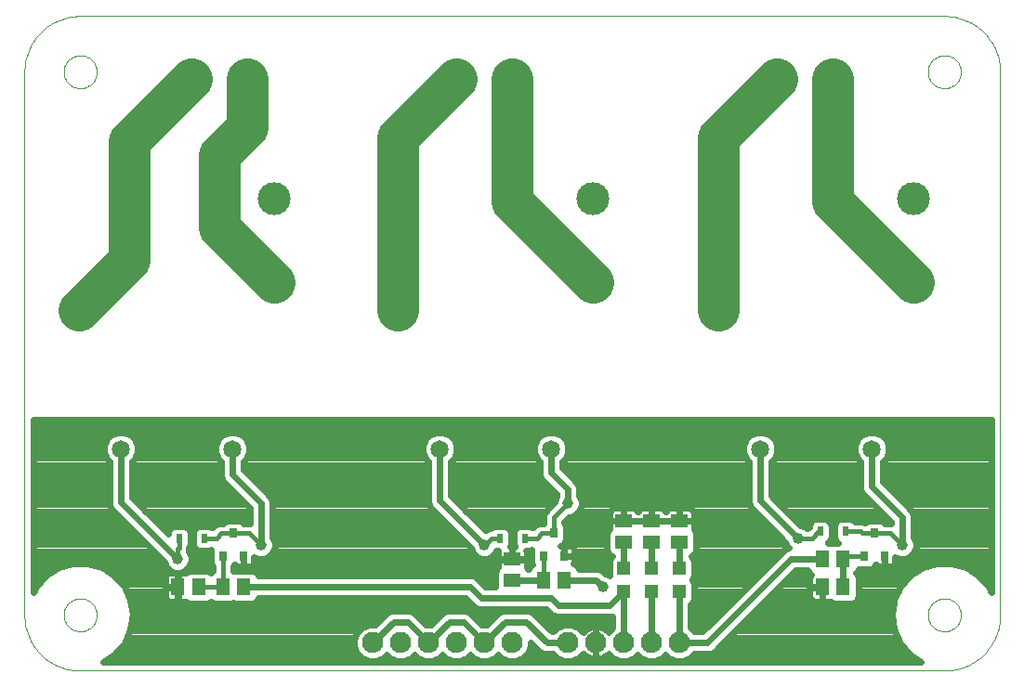
<source format=gtl>
G75*
G70*
%OFA0B0*%
%FSLAX24Y24*%
%IPPOS*%
%LPD*%
%AMOC8*
5,1,8,0,0,1.08239X$1,22.5*
%
%ADD10C,0.0000*%
%ADD11C,0.1181*%
%ADD12C,0.1210*%
%ADD13C,0.0650*%
%ADD14C,0.1300*%
%ADD15C,0.0760*%
%ADD16R,0.0315X0.0354*%
%ADD17R,0.0512X0.0630*%
%ADD18R,0.0630X0.0512*%
%ADD19R,0.0472X0.0472*%
%ADD20R,0.0248X0.0327*%
%ADD21C,0.0160*%
%ADD22C,0.0397*%
%ADD23C,0.0240*%
%ADD24C,0.1500*%
D10*
X002726Y000726D02*
X033726Y000726D01*
X033135Y002726D02*
X033137Y002774D01*
X033143Y002822D01*
X033153Y002869D01*
X033166Y002915D01*
X033184Y002960D01*
X033204Y003004D01*
X033229Y003046D01*
X033257Y003085D01*
X033287Y003122D01*
X033321Y003156D01*
X033358Y003188D01*
X033396Y003217D01*
X033437Y003242D01*
X033480Y003264D01*
X033525Y003282D01*
X033571Y003296D01*
X033618Y003307D01*
X033666Y003314D01*
X033714Y003317D01*
X033762Y003316D01*
X033810Y003311D01*
X033858Y003302D01*
X033904Y003290D01*
X033949Y003273D01*
X033993Y003253D01*
X034035Y003230D01*
X034075Y003203D01*
X034113Y003173D01*
X034148Y003140D01*
X034180Y003104D01*
X034210Y003066D01*
X034236Y003025D01*
X034258Y002982D01*
X034278Y002938D01*
X034293Y002893D01*
X034305Y002846D01*
X034313Y002798D01*
X034317Y002750D01*
X034317Y002702D01*
X034313Y002654D01*
X034305Y002606D01*
X034293Y002559D01*
X034278Y002514D01*
X034258Y002470D01*
X034236Y002427D01*
X034210Y002386D01*
X034180Y002348D01*
X034148Y002312D01*
X034113Y002279D01*
X034075Y002249D01*
X034035Y002222D01*
X033993Y002199D01*
X033949Y002179D01*
X033904Y002162D01*
X033858Y002150D01*
X033810Y002141D01*
X033762Y002136D01*
X033714Y002135D01*
X033666Y002138D01*
X033618Y002145D01*
X033571Y002156D01*
X033525Y002170D01*
X033480Y002188D01*
X033437Y002210D01*
X033396Y002235D01*
X033358Y002264D01*
X033321Y002296D01*
X033287Y002330D01*
X033257Y002367D01*
X033229Y002406D01*
X033204Y002448D01*
X033184Y002492D01*
X033166Y002537D01*
X033153Y002583D01*
X033143Y002630D01*
X033137Y002678D01*
X033135Y002726D01*
X033726Y000726D02*
X033821Y000728D01*
X033916Y000735D01*
X034011Y000746D01*
X034105Y000762D01*
X034198Y000782D01*
X034289Y000807D01*
X034380Y000836D01*
X034469Y000869D01*
X034557Y000907D01*
X034642Y000948D01*
X034726Y000994D01*
X034807Y001043D01*
X034886Y001097D01*
X034962Y001154D01*
X035036Y001215D01*
X035106Y001279D01*
X035173Y001346D01*
X035237Y001416D01*
X035298Y001490D01*
X035355Y001566D01*
X035409Y001645D01*
X035458Y001726D01*
X035504Y001810D01*
X035545Y001895D01*
X035583Y001983D01*
X035616Y002072D01*
X035645Y002163D01*
X035670Y002254D01*
X035690Y002347D01*
X035706Y002441D01*
X035717Y002536D01*
X035724Y002631D01*
X035726Y002726D01*
X035726Y022226D01*
X033135Y022226D02*
X033137Y022274D01*
X033143Y022322D01*
X033153Y022369D01*
X033166Y022415D01*
X033184Y022460D01*
X033204Y022504D01*
X033229Y022546D01*
X033257Y022585D01*
X033287Y022622D01*
X033321Y022656D01*
X033358Y022688D01*
X033396Y022717D01*
X033437Y022742D01*
X033480Y022764D01*
X033525Y022782D01*
X033571Y022796D01*
X033618Y022807D01*
X033666Y022814D01*
X033714Y022817D01*
X033762Y022816D01*
X033810Y022811D01*
X033858Y022802D01*
X033904Y022790D01*
X033949Y022773D01*
X033993Y022753D01*
X034035Y022730D01*
X034075Y022703D01*
X034113Y022673D01*
X034148Y022640D01*
X034180Y022604D01*
X034210Y022566D01*
X034236Y022525D01*
X034258Y022482D01*
X034278Y022438D01*
X034293Y022393D01*
X034305Y022346D01*
X034313Y022298D01*
X034317Y022250D01*
X034317Y022202D01*
X034313Y022154D01*
X034305Y022106D01*
X034293Y022059D01*
X034278Y022014D01*
X034258Y021970D01*
X034236Y021927D01*
X034210Y021886D01*
X034180Y021848D01*
X034148Y021812D01*
X034113Y021779D01*
X034075Y021749D01*
X034035Y021722D01*
X033993Y021699D01*
X033949Y021679D01*
X033904Y021662D01*
X033858Y021650D01*
X033810Y021641D01*
X033762Y021636D01*
X033714Y021635D01*
X033666Y021638D01*
X033618Y021645D01*
X033571Y021656D01*
X033525Y021670D01*
X033480Y021688D01*
X033437Y021710D01*
X033396Y021735D01*
X033358Y021764D01*
X033321Y021796D01*
X033287Y021830D01*
X033257Y021867D01*
X033229Y021906D01*
X033204Y021948D01*
X033184Y021992D01*
X033166Y022037D01*
X033153Y022083D01*
X033143Y022130D01*
X033137Y022178D01*
X033135Y022226D01*
X033726Y024226D02*
X033821Y024224D01*
X033916Y024217D01*
X034011Y024206D01*
X034105Y024190D01*
X034198Y024170D01*
X034289Y024145D01*
X034380Y024116D01*
X034469Y024083D01*
X034557Y024045D01*
X034642Y024004D01*
X034726Y023958D01*
X034807Y023909D01*
X034886Y023855D01*
X034962Y023798D01*
X035036Y023737D01*
X035106Y023673D01*
X035173Y023606D01*
X035237Y023536D01*
X035298Y023462D01*
X035355Y023386D01*
X035409Y023307D01*
X035458Y023226D01*
X035504Y023142D01*
X035545Y023057D01*
X035583Y022969D01*
X035616Y022880D01*
X035645Y022789D01*
X035670Y022698D01*
X035690Y022605D01*
X035706Y022511D01*
X035717Y022416D01*
X035724Y022321D01*
X035726Y022226D01*
X033726Y024226D02*
X002726Y024226D01*
X002135Y022226D02*
X002137Y022274D01*
X002143Y022322D01*
X002153Y022369D01*
X002166Y022415D01*
X002184Y022460D01*
X002204Y022504D01*
X002229Y022546D01*
X002257Y022585D01*
X002287Y022622D01*
X002321Y022656D01*
X002358Y022688D01*
X002396Y022717D01*
X002437Y022742D01*
X002480Y022764D01*
X002525Y022782D01*
X002571Y022796D01*
X002618Y022807D01*
X002666Y022814D01*
X002714Y022817D01*
X002762Y022816D01*
X002810Y022811D01*
X002858Y022802D01*
X002904Y022790D01*
X002949Y022773D01*
X002993Y022753D01*
X003035Y022730D01*
X003075Y022703D01*
X003113Y022673D01*
X003148Y022640D01*
X003180Y022604D01*
X003210Y022566D01*
X003236Y022525D01*
X003258Y022482D01*
X003278Y022438D01*
X003293Y022393D01*
X003305Y022346D01*
X003313Y022298D01*
X003317Y022250D01*
X003317Y022202D01*
X003313Y022154D01*
X003305Y022106D01*
X003293Y022059D01*
X003278Y022014D01*
X003258Y021970D01*
X003236Y021927D01*
X003210Y021886D01*
X003180Y021848D01*
X003148Y021812D01*
X003113Y021779D01*
X003075Y021749D01*
X003035Y021722D01*
X002993Y021699D01*
X002949Y021679D01*
X002904Y021662D01*
X002858Y021650D01*
X002810Y021641D01*
X002762Y021636D01*
X002714Y021635D01*
X002666Y021638D01*
X002618Y021645D01*
X002571Y021656D01*
X002525Y021670D01*
X002480Y021688D01*
X002437Y021710D01*
X002396Y021735D01*
X002358Y021764D01*
X002321Y021796D01*
X002287Y021830D01*
X002257Y021867D01*
X002229Y021906D01*
X002204Y021948D01*
X002184Y021992D01*
X002166Y022037D01*
X002153Y022083D01*
X002143Y022130D01*
X002137Y022178D01*
X002135Y022226D01*
X000726Y022226D02*
X000728Y022321D01*
X000735Y022416D01*
X000746Y022511D01*
X000762Y022605D01*
X000782Y022698D01*
X000807Y022789D01*
X000836Y022880D01*
X000869Y022969D01*
X000907Y023057D01*
X000948Y023142D01*
X000994Y023226D01*
X001043Y023307D01*
X001097Y023386D01*
X001154Y023462D01*
X001215Y023536D01*
X001279Y023606D01*
X001346Y023673D01*
X001416Y023737D01*
X001490Y023798D01*
X001566Y023855D01*
X001645Y023909D01*
X001726Y023958D01*
X001810Y024004D01*
X001895Y024045D01*
X001983Y024083D01*
X002072Y024116D01*
X002163Y024145D01*
X002254Y024170D01*
X002347Y024190D01*
X002441Y024206D01*
X002536Y024217D01*
X002631Y024224D01*
X002726Y024226D01*
X000726Y022226D02*
X000726Y002726D01*
X002135Y002726D02*
X002137Y002774D01*
X002143Y002822D01*
X002153Y002869D01*
X002166Y002915D01*
X002184Y002960D01*
X002204Y003004D01*
X002229Y003046D01*
X002257Y003085D01*
X002287Y003122D01*
X002321Y003156D01*
X002358Y003188D01*
X002396Y003217D01*
X002437Y003242D01*
X002480Y003264D01*
X002525Y003282D01*
X002571Y003296D01*
X002618Y003307D01*
X002666Y003314D01*
X002714Y003317D01*
X002762Y003316D01*
X002810Y003311D01*
X002858Y003302D01*
X002904Y003290D01*
X002949Y003273D01*
X002993Y003253D01*
X003035Y003230D01*
X003075Y003203D01*
X003113Y003173D01*
X003148Y003140D01*
X003180Y003104D01*
X003210Y003066D01*
X003236Y003025D01*
X003258Y002982D01*
X003278Y002938D01*
X003293Y002893D01*
X003305Y002846D01*
X003313Y002798D01*
X003317Y002750D01*
X003317Y002702D01*
X003313Y002654D01*
X003305Y002606D01*
X003293Y002559D01*
X003278Y002514D01*
X003258Y002470D01*
X003236Y002427D01*
X003210Y002386D01*
X003180Y002348D01*
X003148Y002312D01*
X003113Y002279D01*
X003075Y002249D01*
X003035Y002222D01*
X002993Y002199D01*
X002949Y002179D01*
X002904Y002162D01*
X002858Y002150D01*
X002810Y002141D01*
X002762Y002136D01*
X002714Y002135D01*
X002666Y002138D01*
X002618Y002145D01*
X002571Y002156D01*
X002525Y002170D01*
X002480Y002188D01*
X002437Y002210D01*
X002396Y002235D01*
X002358Y002264D01*
X002321Y002296D01*
X002287Y002330D01*
X002257Y002367D01*
X002229Y002406D01*
X002204Y002448D01*
X002184Y002492D01*
X002166Y002537D01*
X002153Y002583D01*
X002143Y002630D01*
X002137Y002678D01*
X002135Y002726D01*
X000726Y002726D02*
X000728Y002631D01*
X000735Y002536D01*
X000746Y002441D01*
X000762Y002347D01*
X000782Y002254D01*
X000807Y002163D01*
X000836Y002072D01*
X000869Y001983D01*
X000907Y001895D01*
X000948Y001810D01*
X000994Y001726D01*
X001043Y001645D01*
X001097Y001566D01*
X001154Y001490D01*
X001215Y001416D01*
X001279Y001346D01*
X001346Y001279D01*
X001416Y001215D01*
X001490Y001154D01*
X001566Y001097D01*
X001645Y001043D01*
X001726Y000994D01*
X001810Y000948D01*
X001895Y000907D01*
X001983Y000869D01*
X002072Y000836D01*
X002163Y000807D01*
X002254Y000782D01*
X002347Y000762D01*
X002441Y000746D01*
X002536Y000735D01*
X002631Y000728D01*
X002726Y000726D01*
D11*
X009682Y014682D03*
X009682Y017686D03*
X021119Y017686D03*
X021119Y014682D03*
X032619Y014682D03*
X032619Y017686D03*
D12*
X025627Y013682D03*
X014127Y013682D03*
X002690Y013682D03*
D13*
X004186Y008682D03*
X008186Y008682D03*
X015623Y008682D03*
X019623Y008682D03*
X027123Y008682D03*
X031123Y008682D03*
D14*
X029726Y021976D03*
X027726Y021976D03*
X018226Y021976D03*
X016226Y021976D03*
X008726Y021976D03*
X006726Y021976D03*
D15*
X013226Y001726D03*
X014226Y001726D03*
X015226Y001726D03*
X016226Y001726D03*
X017226Y001726D03*
X018226Y001726D03*
X020226Y001726D03*
X021226Y001726D03*
X022226Y001726D03*
X023226Y001726D03*
X024226Y001726D03*
D16*
X020100Y004832D03*
X019352Y004832D03*
X019726Y005659D03*
X030852Y004832D03*
X031600Y004832D03*
X031226Y005659D03*
X008600Y004832D03*
X007852Y004832D03*
X008226Y005659D03*
D17*
X008600Y003726D03*
X007852Y003726D03*
X006975Y003726D03*
X006227Y003726D03*
X019352Y003976D03*
X020100Y003976D03*
X029352Y003726D03*
X030100Y003726D03*
X030100Y004726D03*
X029352Y004726D03*
D18*
X024226Y005352D03*
X024226Y006100D03*
X023226Y006100D03*
X022226Y006100D03*
X022226Y005352D03*
X023226Y005352D03*
X018226Y004725D03*
X018226Y003977D03*
D19*
X022226Y004389D03*
X023226Y004389D03*
X024226Y004389D03*
X024226Y003562D03*
X023226Y003562D03*
X022226Y003562D03*
D20*
X018678Y005476D03*
X017773Y005476D03*
X007178Y005476D03*
X006273Y005476D03*
X029273Y005726D03*
X030178Y005726D03*
D21*
X030726Y005726D01*
X030793Y005659D01*
X031226Y005659D01*
X031793Y005659D01*
X032226Y005226D01*
X030852Y004832D02*
X030206Y004832D01*
X029226Y005726D02*
X028976Y005476D01*
X028476Y005476D01*
X029226Y005726D02*
X029273Y005726D01*
X020226Y006726D02*
X019726Y006226D01*
X019726Y005659D01*
X019284Y005659D01*
X019101Y005476D01*
X018678Y005476D01*
X017773Y005476D02*
X017476Y005476D01*
X017226Y005226D01*
X019352Y004832D02*
X019352Y003976D01*
X009226Y005226D02*
X008793Y005659D01*
X008226Y005659D01*
X007784Y005659D01*
X007601Y005476D01*
X007178Y005476D01*
X006273Y005476D02*
X006273Y005148D01*
X006226Y005101D01*
X006226Y004726D01*
X006975Y003726D02*
X007852Y003726D01*
X007852Y004832D01*
D22*
X009226Y005226D03*
X006226Y004726D03*
X017226Y005226D03*
X020226Y006726D03*
X021476Y003726D03*
X028476Y005476D03*
X032226Y005226D03*
D23*
X032226Y006226D01*
X031123Y007328D01*
X031123Y008682D01*
X031523Y008227D02*
X031636Y008340D01*
X031728Y008562D01*
X031728Y008803D01*
X031636Y009025D01*
X031466Y009195D01*
X031244Y009287D01*
X031003Y009287D01*
X030781Y009195D01*
X030611Y009025D01*
X030519Y008803D01*
X030519Y008562D01*
X030611Y008340D01*
X030723Y008227D01*
X030723Y007408D01*
X030723Y007248D01*
X030784Y007101D01*
X031826Y006060D01*
X031826Y006019D01*
X031721Y006019D01*
X031596Y006019D01*
X031542Y006073D01*
X031439Y006116D01*
X031012Y006116D01*
X030910Y006073D01*
X030885Y006049D01*
X030797Y006086D01*
X030654Y006086D01*
X030502Y006086D01*
X030461Y006126D01*
X030358Y006169D01*
X029999Y006169D01*
X029896Y006126D01*
X029817Y006048D01*
X029774Y005945D01*
X029774Y005507D01*
X029817Y005404D01*
X029896Y005325D01*
X029906Y005321D01*
X029788Y005321D01*
X029726Y005295D01*
X029663Y005321D01*
X029545Y005321D01*
X029556Y005325D01*
X029634Y005404D01*
X029677Y005507D01*
X029677Y005945D01*
X029634Y006048D01*
X029556Y006126D01*
X029453Y006169D01*
X029093Y006169D01*
X028990Y006126D01*
X028912Y006048D01*
X028869Y005945D01*
X028869Y005878D01*
X028827Y005836D01*
X028792Y005836D01*
X028747Y005881D01*
X028571Y005954D01*
X028563Y005954D01*
X027523Y006994D01*
X027523Y008227D01*
X027636Y008340D01*
X027728Y008562D01*
X027728Y008803D01*
X027636Y009025D01*
X027466Y009195D01*
X027244Y009287D01*
X027003Y009287D01*
X026781Y009195D01*
X026611Y009025D01*
X026519Y008803D01*
X026519Y008562D01*
X026611Y008340D01*
X026723Y008227D01*
X026723Y006908D01*
X026723Y006748D01*
X026784Y006601D01*
X027997Y005388D01*
X027997Y005380D01*
X028070Y005205D01*
X028149Y005126D01*
X028146Y005126D01*
X027999Y005065D01*
X027887Y004952D01*
X025060Y002126D01*
X024759Y002126D01*
X024626Y002259D01*
X024626Y003094D01*
X024699Y003167D01*
X024742Y003270D01*
X024742Y003854D01*
X024699Y003957D01*
X024681Y003976D01*
X024699Y003994D01*
X024742Y004097D01*
X024742Y004681D01*
X024699Y004784D01*
X024646Y004837D01*
X024699Y004858D01*
X024778Y004937D01*
X024821Y005040D01*
X024821Y005663D01*
X024778Y005766D01*
X024738Y005806D01*
X024741Y005817D01*
X024741Y006092D01*
X024234Y006092D01*
X024234Y006108D01*
X024741Y006108D01*
X024741Y006382D01*
X024727Y006433D01*
X024701Y006478D01*
X024663Y006516D01*
X024618Y006542D01*
X024567Y006556D01*
X024234Y006556D01*
X024234Y006108D01*
X024218Y006108D01*
X024218Y006556D01*
X023884Y006556D01*
X023834Y006542D01*
X023788Y006516D01*
X023751Y006478D01*
X023726Y006435D01*
X023701Y006478D01*
X023663Y006516D01*
X023618Y006542D01*
X023567Y006556D01*
X023234Y006556D01*
X023234Y006108D01*
X023711Y006108D01*
X024217Y006108D01*
X024217Y006092D01*
X023711Y006092D01*
X023234Y006092D01*
X023234Y006108D01*
X023218Y006108D01*
X023218Y006556D01*
X022884Y006556D01*
X022834Y006542D01*
X022788Y006516D01*
X022751Y006478D01*
X022726Y006435D01*
X022701Y006478D01*
X022663Y006516D01*
X022618Y006542D01*
X022567Y006556D01*
X022234Y006556D01*
X022234Y006108D01*
X022741Y006108D01*
X023217Y006108D01*
X023217Y006092D01*
X022711Y006092D01*
X022234Y006092D01*
X022234Y006108D01*
X022218Y006108D01*
X022218Y006556D01*
X021884Y006556D01*
X021834Y006542D01*
X021788Y006516D01*
X021751Y006478D01*
X021724Y006433D01*
X021711Y006382D01*
X021711Y006108D01*
X022217Y006108D01*
X022217Y006092D01*
X021711Y006092D01*
X021711Y005817D01*
X021714Y005806D01*
X021673Y005766D01*
X021631Y005663D01*
X021631Y005040D01*
X021673Y004937D01*
X021752Y004858D01*
X021805Y004837D01*
X021752Y004784D01*
X021709Y004681D01*
X021709Y004147D01*
X021571Y004204D01*
X021563Y004204D01*
X021452Y004315D01*
X021305Y004376D01*
X021146Y004376D01*
X020623Y004376D01*
X020593Y004449D01*
X020514Y004528D01*
X020434Y004561D01*
X020444Y004578D01*
X020457Y004628D01*
X020457Y004832D01*
X020457Y005035D01*
X020444Y005086D01*
X020417Y005132D01*
X020380Y005169D01*
X020334Y005195D01*
X020284Y005209D01*
X020100Y005209D01*
X020100Y004832D01*
X020457Y004832D01*
X020100Y004832D01*
X020100Y004832D01*
X020099Y004832D01*
X020099Y005209D01*
X019957Y005209D01*
X020042Y005244D01*
X020120Y005323D01*
X020163Y005426D01*
X020163Y005892D01*
X020120Y005994D01*
X020086Y006029D01*
X020086Y006077D01*
X020256Y006247D01*
X020321Y006247D01*
X020497Y006320D01*
X020631Y006455D01*
X020704Y006630D01*
X020704Y006821D01*
X020631Y006997D01*
X020626Y007002D01*
X020626Y007305D01*
X020565Y007452D01*
X020452Y007565D01*
X020023Y007994D01*
X020023Y008227D01*
X020136Y008340D01*
X020228Y008562D01*
X020228Y008803D01*
X020136Y009025D01*
X019966Y009195D01*
X019744Y009287D01*
X019503Y009287D01*
X019281Y009195D01*
X019111Y009025D01*
X019019Y008803D01*
X019019Y008562D01*
X019111Y008340D01*
X019223Y008227D01*
X019223Y007908D01*
X019223Y007748D01*
X019284Y007601D01*
X019826Y007060D01*
X019826Y007002D01*
X019820Y006997D01*
X019747Y006821D01*
X019747Y006756D01*
X019420Y006430D01*
X019366Y006297D01*
X019366Y006154D01*
X019366Y006029D01*
X019355Y006019D01*
X019212Y006019D01*
X019080Y005964D01*
X018977Y005861D01*
X018961Y005876D01*
X018858Y005919D01*
X018499Y005919D01*
X018396Y005876D01*
X018317Y005798D01*
X018274Y005695D01*
X018274Y005257D01*
X018306Y005181D01*
X018234Y005181D01*
X018234Y004733D01*
X018741Y004733D01*
X018741Y005007D01*
X018734Y005032D01*
X018858Y005032D01*
X018914Y005056D01*
X018914Y004599D01*
X018943Y004530D01*
X018937Y004528D01*
X018858Y004449D01*
X018828Y004377D01*
X018784Y004377D01*
X018778Y004391D01*
X018738Y004431D01*
X018741Y004442D01*
X018741Y004717D01*
X018234Y004717D01*
X018234Y004733D01*
X018218Y004733D01*
X018218Y005181D01*
X018145Y005181D01*
X018177Y005257D01*
X018177Y005695D01*
X018134Y005798D01*
X018056Y005876D01*
X017953Y005919D01*
X017593Y005919D01*
X017490Y005876D01*
X017450Y005836D01*
X017404Y005836D01*
X017272Y005781D01*
X017254Y005763D01*
X016023Y006994D01*
X016023Y008227D01*
X016136Y008340D01*
X016228Y008562D01*
X016228Y008803D01*
X016136Y009025D01*
X015966Y009195D01*
X015744Y009287D01*
X015503Y009287D01*
X015281Y009195D01*
X015111Y009025D01*
X015019Y008803D01*
X015019Y008562D01*
X015111Y008340D01*
X015223Y008227D01*
X015223Y006908D01*
X015223Y006748D01*
X015284Y006601D01*
X016747Y005138D01*
X016747Y005130D01*
X016820Y004955D01*
X016955Y004820D01*
X017130Y004747D01*
X017321Y004747D01*
X017497Y004820D01*
X017631Y004955D01*
X017663Y005032D01*
X017718Y005032D01*
X017711Y005007D01*
X017711Y004733D01*
X018217Y004733D01*
X018217Y004717D01*
X017711Y004717D01*
X017711Y004442D01*
X017714Y004431D01*
X017673Y004391D01*
X017631Y004288D01*
X017631Y003751D01*
X017266Y003751D01*
X016952Y004065D01*
X016805Y004126D01*
X016646Y004126D01*
X009123Y004126D01*
X009093Y004199D01*
X009014Y004278D01*
X008911Y004321D01*
X008288Y004321D01*
X008226Y004295D01*
X008212Y004301D01*
X008212Y004461D01*
X008246Y004496D01*
X008270Y004553D01*
X008282Y004532D01*
X008319Y004495D01*
X008365Y004468D01*
X008416Y004455D01*
X008599Y004455D01*
X008599Y004832D01*
X008600Y004832D01*
X008600Y004455D01*
X008784Y004455D01*
X008834Y004468D01*
X008880Y004495D01*
X008917Y004532D01*
X008944Y004578D01*
X008957Y004628D01*
X008957Y004819D01*
X009130Y004747D01*
X009321Y004747D01*
X009497Y004820D01*
X009631Y004955D01*
X009704Y005130D01*
X009704Y005321D01*
X009631Y005497D01*
X009626Y005502D01*
X009626Y006805D01*
X009565Y006952D01*
X009452Y007065D01*
X008586Y007931D01*
X008586Y008227D01*
X008699Y008340D01*
X008791Y008562D01*
X008791Y008803D01*
X008699Y009025D01*
X008528Y009195D01*
X008306Y009287D01*
X008066Y009287D01*
X007843Y009195D01*
X007673Y009025D01*
X007581Y008803D01*
X007581Y008562D01*
X007673Y008340D01*
X007786Y008227D01*
X007786Y007845D01*
X007786Y007686D01*
X007847Y007539D01*
X008826Y006560D01*
X008826Y006019D01*
X008721Y006019D01*
X008596Y006019D01*
X008542Y006073D01*
X008439Y006116D01*
X008012Y006116D01*
X007910Y006073D01*
X007855Y006019D01*
X007712Y006019D01*
X007580Y005964D01*
X007477Y005861D01*
X007461Y005876D01*
X007358Y005919D01*
X006999Y005919D01*
X006896Y005876D01*
X006817Y005798D01*
X006774Y005695D01*
X006774Y005257D01*
X006817Y005154D01*
X006896Y005075D01*
X006999Y005032D01*
X007358Y005032D01*
X007414Y005056D01*
X007414Y004599D01*
X007457Y004496D01*
X007492Y004461D01*
X007492Y004301D01*
X007437Y004278D01*
X007413Y004254D01*
X007389Y004278D01*
X007286Y004321D01*
X006663Y004321D01*
X006560Y004278D01*
X006520Y004238D01*
X006509Y004241D01*
X006235Y004241D01*
X006235Y003734D01*
X006219Y003734D01*
X006219Y004241D01*
X005944Y004241D01*
X005894Y004227D01*
X005848Y004201D01*
X005811Y004163D01*
X005784Y004118D01*
X005771Y004067D01*
X005771Y003734D01*
X006218Y003734D01*
X006218Y003718D01*
X005771Y003718D01*
X005771Y003384D01*
X005784Y003334D01*
X005811Y003288D01*
X005848Y003251D01*
X005894Y003224D01*
X005944Y003211D01*
X006219Y003211D01*
X006219Y003717D01*
X006235Y003717D01*
X006235Y003211D01*
X006509Y003211D01*
X006520Y003214D01*
X006560Y003173D01*
X006663Y003131D01*
X007286Y003131D01*
X007389Y003173D01*
X007413Y003197D01*
X007437Y003173D01*
X007540Y003131D01*
X008163Y003131D01*
X008226Y003157D01*
X008288Y003131D01*
X008911Y003131D01*
X009014Y003173D01*
X009093Y003252D01*
X009123Y003326D01*
X016560Y003326D01*
X016762Y003124D01*
X016874Y003012D01*
X017021Y002951D01*
X019435Y002951D01*
X019550Y002836D01*
X019550Y002836D01*
X019662Y002723D01*
X019809Y002662D01*
X021646Y002662D01*
X021805Y002662D01*
X021826Y002671D01*
X021826Y002259D01*
X021669Y002102D01*
X021668Y002104D01*
X021604Y002168D01*
X021530Y002222D01*
X021448Y002263D01*
X021361Y002291D01*
X021271Y002306D01*
X021226Y002306D01*
X021226Y001726D01*
X021225Y001726D01*
X021225Y002306D01*
X021180Y002306D01*
X021090Y002291D01*
X021003Y002263D01*
X020922Y002222D01*
X020848Y002168D01*
X020783Y002104D01*
X020782Y002102D01*
X020599Y002285D01*
X020357Y002386D01*
X020094Y002386D01*
X019852Y002285D01*
X019692Y002126D01*
X019641Y002126D01*
X019065Y002702D01*
X018952Y002815D01*
X018805Y002876D01*
X018055Y002876D01*
X017896Y002876D01*
X017749Y002815D01*
X017320Y002386D01*
X017131Y002386D01*
X016702Y002815D01*
X016555Y002876D01*
X016396Y002876D01*
X015896Y002876D01*
X015749Y002815D01*
X015637Y002702D01*
X015320Y002386D01*
X015131Y002386D01*
X014702Y002815D01*
X014555Y002876D01*
X014396Y002876D01*
X013896Y002876D01*
X013749Y002815D01*
X013637Y002702D01*
X013320Y002386D01*
X013094Y002386D01*
X012852Y002285D01*
X012666Y002099D01*
X012566Y001857D01*
X012566Y001594D01*
X012666Y001352D01*
X012852Y001166D01*
X013094Y001066D01*
X013357Y001066D01*
X013599Y001166D01*
X013726Y001292D01*
X013852Y001166D01*
X014094Y001066D01*
X014357Y001066D01*
X014599Y001166D01*
X014726Y001292D01*
X014852Y001166D01*
X015094Y001066D01*
X015357Y001066D01*
X015599Y001166D01*
X015726Y001292D01*
X015852Y001166D01*
X016094Y001066D01*
X016357Y001066D01*
X016599Y001166D01*
X016726Y001292D01*
X016852Y001166D01*
X017094Y001066D01*
X017357Y001066D01*
X017599Y001166D01*
X017726Y001292D01*
X017852Y001166D01*
X018094Y001066D01*
X018357Y001066D01*
X018599Y001166D01*
X018785Y001352D01*
X018886Y001594D01*
X018886Y001750D01*
X019249Y001387D01*
X019396Y001326D01*
X019555Y001326D01*
X019692Y001326D01*
X019852Y001166D01*
X020094Y001066D01*
X020357Y001066D01*
X020599Y001166D01*
X020782Y001349D01*
X020783Y001348D01*
X020848Y001283D01*
X020922Y001230D01*
X021003Y001188D01*
X021090Y001160D01*
X021180Y001146D01*
X021225Y001146D01*
X021225Y001725D01*
X021226Y001725D01*
X021226Y001146D01*
X021271Y001146D01*
X021361Y001160D01*
X021448Y001188D01*
X021530Y001230D01*
X021604Y001283D01*
X021668Y001348D01*
X021669Y001349D01*
X021852Y001166D01*
X022094Y001066D01*
X022357Y001066D01*
X022599Y001166D01*
X022726Y001292D01*
X022852Y001166D01*
X023094Y001066D01*
X023357Y001066D01*
X023599Y001166D01*
X023726Y001292D01*
X023852Y001166D01*
X024094Y001066D01*
X024357Y001066D01*
X024599Y001166D01*
X024759Y001326D01*
X025146Y001326D01*
X025305Y001326D01*
X025452Y001387D01*
X028391Y004326D01*
X028828Y004326D01*
X028858Y004252D01*
X028937Y004173D01*
X028943Y004171D01*
X028936Y004163D01*
X028909Y004118D01*
X028896Y004067D01*
X028896Y003734D01*
X029343Y003734D01*
X029343Y003718D01*
X028896Y003718D01*
X028896Y003384D01*
X028909Y003334D01*
X028936Y003288D01*
X028973Y003251D01*
X029019Y003224D01*
X029069Y003211D01*
X029344Y003211D01*
X029344Y003717D01*
X029360Y003717D01*
X029360Y003211D01*
X029634Y003211D01*
X029645Y003214D01*
X029685Y003173D01*
X029788Y003131D01*
X030411Y003131D01*
X030514Y003173D01*
X030593Y003252D01*
X030636Y003355D01*
X030636Y004096D01*
X030593Y004199D01*
X030566Y004226D01*
X030593Y004252D01*
X030636Y004355D01*
X030636Y004376D01*
X030638Y004375D01*
X031065Y004375D01*
X031168Y004417D01*
X031246Y004496D01*
X031270Y004553D01*
X031282Y004532D01*
X031319Y004495D01*
X031365Y004468D01*
X031416Y004455D01*
X031599Y004455D01*
X031599Y004832D01*
X031600Y004832D01*
X031600Y004455D01*
X031784Y004455D01*
X031834Y004468D01*
X031880Y004495D01*
X031917Y004532D01*
X031944Y004578D01*
X031957Y004628D01*
X031957Y004819D01*
X032130Y004747D01*
X032321Y004747D01*
X032497Y004820D01*
X032631Y004955D01*
X032704Y005130D01*
X032704Y005321D01*
X032631Y005497D01*
X032626Y005502D01*
X032626Y006305D01*
X032565Y006452D01*
X032452Y006565D01*
X031523Y007494D01*
X031523Y008227D01*
X031523Y008121D02*
X035406Y008121D01*
X035406Y008359D02*
X031644Y008359D01*
X031728Y008598D02*
X035406Y008598D01*
X035406Y008836D02*
X031714Y008836D01*
X031586Y009075D02*
X035406Y009075D01*
X035406Y009313D02*
X001046Y009313D01*
X001046Y009075D02*
X003723Y009075D01*
X003673Y009025D02*
X003581Y008803D01*
X003581Y008562D01*
X003673Y008340D01*
X003786Y008227D01*
X003786Y006845D01*
X003786Y006686D01*
X003847Y006539D01*
X005747Y004638D01*
X005747Y004630D01*
X005820Y004455D01*
X005955Y004320D01*
X006130Y004247D01*
X006321Y004247D01*
X006497Y004320D01*
X006631Y004455D01*
X006704Y004630D01*
X006704Y004821D01*
X006631Y004997D01*
X006609Y005019D01*
X006633Y005076D01*
X006633Y005152D01*
X006634Y005154D01*
X006677Y005257D01*
X006677Y005695D01*
X006634Y005798D01*
X006556Y005876D01*
X006453Y005919D01*
X006093Y005919D01*
X005990Y005876D01*
X005912Y005798D01*
X005869Y005695D01*
X005869Y005648D01*
X004586Y006931D01*
X004586Y008227D01*
X004699Y008340D01*
X004791Y008562D01*
X004791Y008803D01*
X004699Y009025D01*
X004528Y009195D01*
X004306Y009287D01*
X004066Y009287D01*
X003843Y009195D01*
X003673Y009025D01*
X003595Y008836D02*
X001046Y008836D01*
X001046Y008598D02*
X003581Y008598D01*
X003665Y008359D02*
X001046Y008359D01*
X001046Y008121D02*
X003786Y008121D01*
X003786Y007882D02*
X001046Y007882D01*
X001046Y007643D02*
X003786Y007643D01*
X003786Y007405D02*
X001046Y007405D01*
X001046Y007166D02*
X003786Y007166D01*
X003786Y006928D02*
X001046Y006928D01*
X001046Y006689D02*
X003786Y006689D01*
X003935Y006451D02*
X001046Y006451D01*
X001046Y006212D02*
X004173Y006212D01*
X004412Y005974D02*
X001046Y005974D01*
X001046Y005735D02*
X004651Y005735D01*
X004889Y005497D02*
X001046Y005497D01*
X001046Y005258D02*
X005128Y005258D01*
X005366Y005019D02*
X001046Y005019D01*
X001046Y004781D02*
X005605Y004781D01*
X005784Y004542D02*
X003144Y004542D01*
X002993Y004586D02*
X002993Y004586D01*
X002458Y004586D01*
X001945Y004436D01*
X001945Y004436D01*
X001495Y004146D01*
X001144Y003742D01*
X001046Y003526D01*
X001046Y009726D01*
X035406Y009726D01*
X035406Y003526D01*
X035307Y003742D01*
X034957Y004146D01*
X034507Y004436D01*
X034507Y004436D01*
X033993Y004586D01*
X033458Y004586D01*
X032945Y004436D01*
X032945Y004436D01*
X032495Y004146D01*
X032144Y003742D01*
X031922Y003255D01*
X031846Y002726D01*
X031846Y002726D01*
X031922Y002196D01*
X032144Y001709D01*
X032495Y001305D01*
X032898Y001046D01*
X003553Y001046D01*
X003957Y001305D01*
X004307Y001709D01*
X004529Y002196D01*
X004529Y002196D01*
X004606Y002726D01*
X004529Y003255D01*
X004529Y003255D01*
X004307Y003742D01*
X003957Y004146D01*
X003507Y004436D01*
X003507Y004436D01*
X002993Y004586D01*
X002458Y004586D02*
X002458Y004586D01*
X002308Y004542D02*
X001046Y004542D01*
X001046Y004304D02*
X001739Y004304D01*
X001495Y004146D02*
X001495Y004146D01*
X001495Y004146D01*
X001424Y004065D02*
X001046Y004065D01*
X001046Y003827D02*
X001218Y003827D01*
X001144Y003742D02*
X001144Y003742D01*
X001074Y003588D02*
X001046Y003588D01*
X003712Y004304D02*
X005994Y004304D01*
X005771Y004065D02*
X004027Y004065D01*
X003957Y004146D02*
X003957Y004146D01*
X004234Y003827D02*
X005771Y003827D01*
X005771Y003588D02*
X004377Y003588D01*
X004307Y003742D02*
X004307Y003742D01*
X004486Y003350D02*
X005780Y003350D01*
X006219Y003350D02*
X006235Y003350D01*
X006219Y003588D02*
X006235Y003588D01*
X006219Y003827D02*
X006235Y003827D01*
X006219Y004065D02*
X006235Y004065D01*
X006457Y004304D02*
X006623Y004304D01*
X006668Y004542D02*
X007438Y004542D01*
X007414Y004781D02*
X006704Y004781D01*
X006609Y005019D02*
X007414Y005019D01*
X006774Y005258D02*
X006677Y005258D01*
X006677Y005497D02*
X006774Y005497D01*
X006791Y005735D02*
X006660Y005735D01*
X005886Y005735D02*
X005782Y005735D01*
X005543Y005974D02*
X007603Y005974D01*
X008696Y006689D02*
X004828Y006689D01*
X005066Y006451D02*
X008826Y006451D01*
X008826Y006212D02*
X005305Y006212D01*
X004589Y006928D02*
X008458Y006928D01*
X008219Y007166D02*
X004586Y007166D01*
X004586Y007405D02*
X007981Y007405D01*
X007803Y007643D02*
X004586Y007643D01*
X004586Y007882D02*
X007786Y007882D01*
X007786Y008121D02*
X004586Y008121D01*
X004706Y008359D02*
X007665Y008359D01*
X007581Y008598D02*
X004791Y008598D01*
X004777Y008836D02*
X007595Y008836D01*
X007723Y009075D02*
X004649Y009075D01*
X004186Y008682D02*
X004186Y006766D01*
X006226Y004726D01*
X007327Y004304D02*
X007492Y004304D01*
X008212Y004304D02*
X008248Y004304D01*
X008266Y004542D02*
X008276Y004542D01*
X008599Y004542D02*
X008600Y004542D01*
X008599Y004781D02*
X008600Y004781D01*
X008957Y004781D02*
X009049Y004781D01*
X008923Y004542D02*
X017711Y004542D01*
X017711Y004781D02*
X017402Y004781D01*
X017658Y005019D02*
X017714Y005019D01*
X018218Y005019D02*
X018234Y005019D01*
X018218Y004781D02*
X018234Y004781D01*
X018741Y004781D02*
X018914Y004781D01*
X018914Y005019D02*
X018737Y005019D01*
X018274Y005258D02*
X018177Y005258D01*
X018177Y005497D02*
X018274Y005497D01*
X018291Y005735D02*
X018160Y005735D01*
X017226Y005226D02*
X015623Y006828D01*
X015623Y008682D01*
X015019Y008598D02*
X008791Y008598D01*
X008777Y008836D02*
X015032Y008836D01*
X015160Y009075D02*
X008649Y009075D01*
X008186Y008682D02*
X008186Y007766D01*
X009226Y006726D01*
X009226Y005226D01*
X009658Y005019D02*
X016793Y005019D01*
X016628Y005258D02*
X009704Y005258D01*
X009631Y005497D02*
X016389Y005497D01*
X016151Y005735D02*
X009626Y005735D01*
X009626Y005974D02*
X015912Y005974D01*
X015673Y006212D02*
X009626Y006212D01*
X009626Y006451D02*
X015435Y006451D01*
X015248Y006689D02*
X009626Y006689D01*
X009575Y006928D02*
X015223Y006928D01*
X015223Y007166D02*
X009351Y007166D01*
X009452Y007065D02*
X009452Y007065D01*
X009112Y007405D02*
X015223Y007405D01*
X015223Y007643D02*
X008874Y007643D01*
X008635Y007882D02*
X015223Y007882D01*
X015223Y008121D02*
X008586Y008121D01*
X008706Y008359D02*
X015103Y008359D01*
X016023Y008121D02*
X019223Y008121D01*
X019223Y007882D02*
X016023Y007882D01*
X016023Y007643D02*
X019267Y007643D01*
X019481Y007405D02*
X016023Y007405D01*
X016023Y007166D02*
X019719Y007166D01*
X019792Y006928D02*
X016089Y006928D01*
X016328Y006689D02*
X019680Y006689D01*
X019442Y006451D02*
X016566Y006451D01*
X016805Y006212D02*
X019366Y006212D01*
X019103Y005974D02*
X017043Y005974D01*
X017049Y004781D02*
X009402Y004781D01*
X008952Y004304D02*
X017637Y004304D01*
X017631Y004065D02*
X016951Y004065D01*
X017190Y003827D02*
X017631Y003827D01*
X018226Y003977D02*
X019351Y003977D01*
X019352Y003976D01*
X018938Y004542D02*
X018741Y004542D01*
X020099Y005019D02*
X020100Y005019D01*
X020056Y005258D02*
X021631Y005258D01*
X021631Y005497D02*
X020163Y005497D01*
X020163Y005735D02*
X021661Y005735D01*
X021711Y005974D02*
X020129Y005974D01*
X020221Y006212D02*
X021711Y006212D01*
X021735Y006451D02*
X020627Y006451D01*
X020704Y006689D02*
X026748Y006689D01*
X026723Y006928D02*
X020660Y006928D01*
X020626Y007166D02*
X026723Y007166D01*
X026723Y007405D02*
X020584Y007405D01*
X020374Y007643D02*
X026723Y007643D01*
X026723Y007882D02*
X020135Y007882D01*
X020023Y008121D02*
X026723Y008121D01*
X026603Y008359D02*
X020144Y008359D01*
X020228Y008598D02*
X026519Y008598D01*
X026532Y008836D02*
X020214Y008836D01*
X020086Y009075D02*
X026660Y009075D01*
X027123Y008682D02*
X027123Y006828D01*
X028476Y005476D01*
X028048Y005258D02*
X024821Y005258D01*
X024821Y005497D02*
X027889Y005497D01*
X027651Y005735D02*
X024791Y005735D01*
X024741Y005974D02*
X027412Y005974D01*
X027173Y006212D02*
X024741Y006212D01*
X024717Y006451D02*
X026935Y006451D01*
X027589Y006928D02*
X030958Y006928D01*
X030757Y007166D02*
X027523Y007166D01*
X027523Y007405D02*
X030723Y007405D01*
X030723Y007643D02*
X027523Y007643D01*
X027523Y007882D02*
X030723Y007882D01*
X030723Y008121D02*
X027523Y008121D01*
X027644Y008359D02*
X030603Y008359D01*
X030519Y008598D02*
X027728Y008598D01*
X027714Y008836D02*
X030532Y008836D01*
X030660Y009075D02*
X027586Y009075D01*
X027828Y006689D02*
X031196Y006689D01*
X031435Y006451D02*
X028066Y006451D01*
X028305Y006212D02*
X031673Y006212D01*
X032328Y006689D02*
X035406Y006689D01*
X035406Y006451D02*
X032565Y006451D01*
X032626Y006212D02*
X035406Y006212D01*
X035406Y005974D02*
X032626Y005974D01*
X032626Y005735D02*
X035406Y005735D01*
X035406Y005497D02*
X032631Y005497D01*
X032704Y005258D02*
X035406Y005258D01*
X035406Y005019D02*
X032658Y005019D01*
X032402Y004781D02*
X035406Y004781D01*
X035406Y004542D02*
X034144Y004542D01*
X033993Y004586D02*
X033993Y004586D01*
X033458Y004586D02*
X033458Y004586D01*
X033308Y004542D02*
X031923Y004542D01*
X031957Y004781D02*
X032049Y004781D01*
X031600Y004781D02*
X031599Y004781D01*
X031599Y004542D02*
X031600Y004542D01*
X031276Y004542D02*
X031266Y004542D01*
X030614Y004304D02*
X032739Y004304D01*
X032495Y004146D02*
X032495Y004146D01*
X032495Y004146D01*
X032424Y004065D02*
X030636Y004065D01*
X030636Y003827D02*
X032218Y003827D01*
X032144Y003742D02*
X032144Y003742D01*
X032074Y003588D02*
X030636Y003588D01*
X030633Y003350D02*
X031965Y003350D01*
X031922Y003255D02*
X031922Y003255D01*
X031901Y003111D02*
X027177Y003111D01*
X027415Y003350D02*
X028905Y003350D01*
X028896Y003588D02*
X027654Y003588D01*
X027892Y003827D02*
X028896Y003827D01*
X028896Y004065D02*
X028131Y004065D01*
X028369Y004304D02*
X028837Y004304D01*
X029352Y004726D02*
X028226Y004726D01*
X025226Y001726D01*
X024226Y001726D01*
X024226Y003562D01*
X024742Y003588D02*
X026523Y003588D01*
X026761Y003827D02*
X024742Y003827D01*
X024729Y004065D02*
X027000Y004065D01*
X027238Y004304D02*
X024742Y004304D01*
X024742Y004542D02*
X027477Y004542D01*
X027715Y004781D02*
X024700Y004781D01*
X024812Y005019D02*
X027954Y005019D01*
X028543Y005974D02*
X028881Y005974D01*
X029665Y005974D02*
X029786Y005974D01*
X029774Y005735D02*
X029677Y005735D01*
X029673Y005497D02*
X029779Y005497D01*
X030206Y004832D02*
X030100Y004726D01*
X030100Y003726D01*
X029360Y003588D02*
X029344Y003588D01*
X029344Y003350D02*
X029360Y003350D01*
X026938Y002873D02*
X031867Y002873D01*
X031859Y002634D02*
X026700Y002634D01*
X026461Y002395D02*
X031893Y002395D01*
X031922Y002196D02*
X031922Y002196D01*
X031940Y002157D02*
X026223Y002157D01*
X025984Y001918D02*
X032049Y001918D01*
X032144Y001709D02*
X032144Y001709D01*
X032170Y001680D02*
X025746Y001680D01*
X025507Y001441D02*
X032376Y001441D01*
X032495Y001305D02*
X032495Y001305D01*
X032653Y001203D02*
X024636Y001203D01*
X023815Y001203D02*
X023636Y001203D01*
X022815Y001203D02*
X022636Y001203D01*
X022226Y001726D02*
X022226Y003562D01*
X021726Y003062D01*
X019889Y003062D01*
X019601Y003351D01*
X017101Y003351D01*
X016726Y003726D01*
X008600Y003726D01*
X004550Y003111D02*
X016775Y003111D01*
X016762Y003124D02*
X016762Y003124D01*
X016563Y002873D02*
X017889Y002873D01*
X017568Y002634D02*
X016883Y002634D01*
X017121Y002395D02*
X017330Y002395D01*
X017976Y002476D02*
X017226Y001726D01*
X016476Y002476D01*
X015976Y002476D01*
X015226Y001726D01*
X014476Y002476D01*
X013976Y002476D01*
X013226Y001726D01*
X012629Y001441D02*
X004075Y001441D01*
X003957Y001305D02*
X003957Y001305D01*
X003798Y001203D02*
X012815Y001203D01*
X012566Y001680D02*
X004282Y001680D01*
X004403Y001918D02*
X012591Y001918D01*
X012724Y002157D02*
X004512Y002157D01*
X004558Y002395D02*
X013330Y002395D01*
X013568Y002634D02*
X004592Y002634D01*
X004585Y002873D02*
X013889Y002873D01*
X014563Y002873D02*
X015889Y002873D01*
X015568Y002634D02*
X014883Y002634D01*
X015121Y002395D02*
X015330Y002395D01*
X015636Y001203D02*
X015815Y001203D01*
X016636Y001203D02*
X016815Y001203D01*
X017636Y001203D02*
X017815Y001203D01*
X018636Y001203D02*
X019815Y001203D01*
X019194Y001441D02*
X018822Y001441D01*
X018886Y001680D02*
X018956Y001680D01*
X019476Y001726D02*
X018726Y002476D01*
X017976Y002476D01*
X018813Y002873D02*
X019513Y002873D01*
X019133Y002634D02*
X021826Y002634D01*
X021826Y002395D02*
X019371Y002395D01*
X019610Y002157D02*
X019724Y002157D01*
X019476Y001726D02*
X020226Y001726D01*
X020728Y002157D02*
X020837Y002157D01*
X021225Y002157D02*
X021226Y002157D01*
X021225Y001918D02*
X021226Y001918D01*
X021225Y001680D02*
X021226Y001680D01*
X021225Y001441D02*
X021226Y001441D01*
X021225Y001203D02*
X021226Y001203D01*
X021477Y001203D02*
X021815Y001203D01*
X020974Y001203D02*
X020636Y001203D01*
X021615Y002157D02*
X021724Y002157D01*
X023226Y001726D02*
X023226Y003562D01*
X023226Y004389D02*
X023226Y005352D01*
X023218Y006212D02*
X023234Y006212D01*
X023218Y006451D02*
X023234Y006451D01*
X022735Y006451D02*
X022717Y006451D01*
X022234Y006451D02*
X022218Y006451D01*
X022218Y006212D02*
X022234Y006212D01*
X022226Y005352D02*
X022226Y004389D01*
X021709Y004304D02*
X021463Y004304D01*
X021709Y004542D02*
X020479Y004542D01*
X020457Y004781D02*
X021751Y004781D01*
X021639Y005019D02*
X020457Y005019D01*
X020100Y003976D02*
X021226Y003976D01*
X021476Y003726D01*
X024226Y004389D02*
X024226Y005352D01*
X024218Y006212D02*
X024234Y006212D01*
X024218Y006451D02*
X024234Y006451D01*
X023735Y006451D02*
X023717Y006451D01*
X020226Y006726D02*
X020226Y007226D01*
X019623Y007828D01*
X019623Y008682D01*
X019019Y008598D02*
X016228Y008598D01*
X016214Y008836D02*
X019032Y008836D01*
X019160Y009075D02*
X016086Y009075D01*
X016144Y008359D02*
X019103Y008359D01*
X024742Y003350D02*
X026284Y003350D01*
X026045Y003111D02*
X024643Y003111D01*
X024626Y002873D02*
X025807Y002873D01*
X025568Y002634D02*
X024626Y002634D01*
X024626Y002395D02*
X025330Y002395D01*
X025091Y002157D02*
X024728Y002157D01*
X031851Y007166D02*
X035406Y007166D01*
X035406Y006928D02*
X032089Y006928D01*
X031612Y007405D02*
X035406Y007405D01*
X035406Y007643D02*
X031523Y007643D01*
X031523Y007882D02*
X035406Y007882D01*
X035406Y009552D02*
X001046Y009552D01*
X013636Y001203D02*
X013815Y001203D01*
X014636Y001203D02*
X014815Y001203D01*
X034712Y004304D02*
X035406Y004304D01*
X035406Y004065D02*
X035027Y004065D01*
X034957Y004146D02*
X034957Y004146D01*
X035234Y003827D02*
X035406Y003827D01*
X035307Y003742D02*
X035307Y003742D01*
X035377Y003588D02*
X035406Y003588D01*
D24*
X025627Y013682D02*
X025627Y019877D01*
X027726Y021976D01*
X029726Y021976D02*
X029726Y017576D01*
X032619Y014682D01*
X021119Y014682D02*
X018226Y017576D01*
X018226Y021976D01*
X016226Y021976D02*
X014127Y019877D01*
X014127Y013682D01*
X009682Y014682D02*
X007726Y016639D01*
X007726Y019226D01*
X008726Y020226D01*
X008726Y021976D01*
X006726Y021976D02*
X004476Y019726D01*
X004476Y015468D01*
X002690Y013682D01*
M02*

</source>
